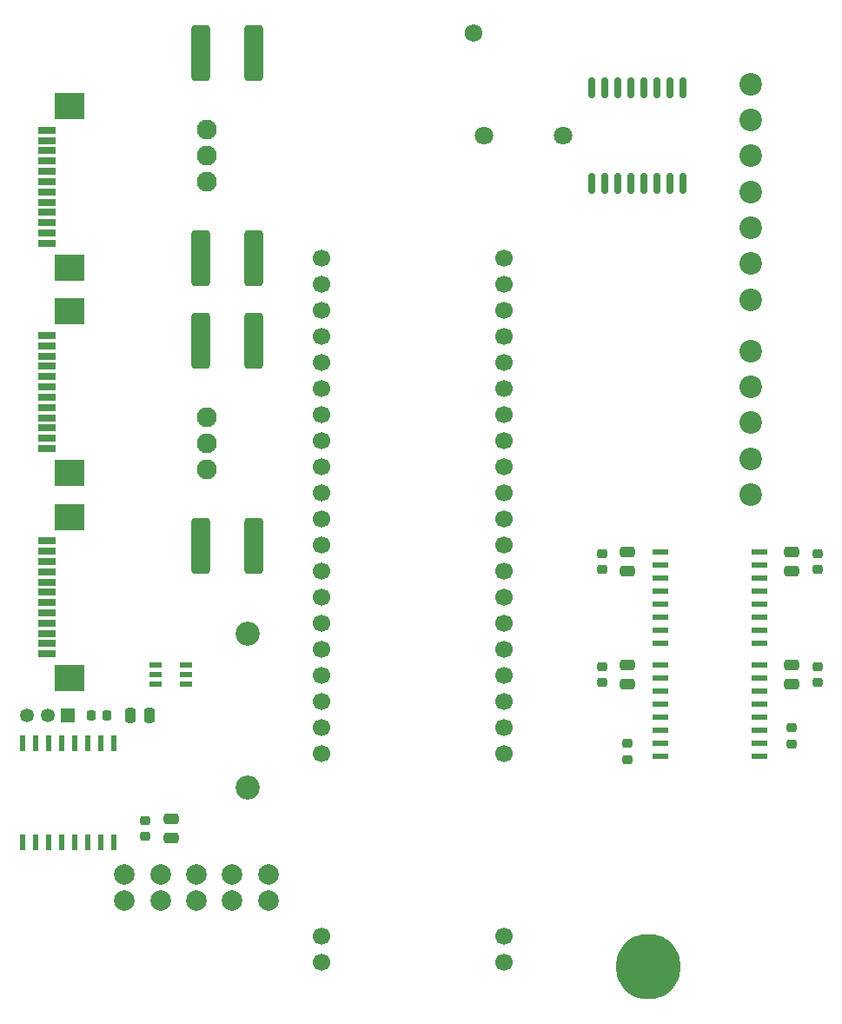
<source format=gbr>
%TF.GenerationSoftware,KiCad,Pcbnew,9.0.2*%
%TF.CreationDate,2025-06-12T16:19:25+03:00*%
%TF.ProjectId,PMCPU-LLP,504d4350-552d-44c4-9c50-2e6b69636164,rev?*%
%TF.SameCoordinates,Original*%
%TF.FileFunction,Soldermask,Top*%
%TF.FilePolarity,Negative*%
%FSLAX46Y46*%
G04 Gerber Fmt 4.6, Leading zero omitted, Abs format (unit mm)*
G04 Created by KiCad (PCBNEW 9.0.2) date 2025-06-12 16:19:25*
%MOMM*%
%LPD*%
G01*
G04 APERTURE LIST*
G04 Aperture macros list*
%AMRoundRect*
0 Rectangle with rounded corners*
0 $1 Rounding radius*
0 $2 $3 $4 $5 $6 $7 $8 $9 X,Y pos of 4 corners*
0 Add a 4 corners polygon primitive as box body*
4,1,4,$2,$3,$4,$5,$6,$7,$8,$9,$2,$3,0*
0 Add four circle primitives for the rounded corners*
1,1,$1+$1,$2,$3*
1,1,$1+$1,$4,$5*
1,1,$1+$1,$6,$7*
1,1,$1+$1,$8,$9*
0 Add four rect primitives between the rounded corners*
20,1,$1+$1,$2,$3,$4,$5,0*
20,1,$1+$1,$4,$5,$6,$7,0*
20,1,$1+$1,$6,$7,$8,$9,0*
20,1,$1+$1,$8,$9,$2,$3,0*%
G04 Aperture macros list end*
%ADD10O,6.350000X6.350000*%
%ADD11R,1.181100X0.558800*%
%ADD12RoundRect,0.250000X-0.475000X0.250000X-0.475000X-0.250000X0.475000X-0.250000X0.475000X0.250000X0*%
%ADD13RoundRect,0.225000X-0.250000X0.225000X-0.250000X-0.225000X0.250000X-0.225000X0.250000X0.225000X0*%
%ADD14C,1.800000*%
%ADD15RoundRect,0.250000X-0.650000X-2.450000X0.650000X-2.450000X0.650000X2.450000X-0.650000X2.450000X0*%
%ADD16R,1.549400X0.482600*%
%ADD17R,0.482600X1.549400*%
%ADD18R,1.803400X0.635000*%
%ADD19R,2.997200X2.590800*%
%ADD20C,1.950000*%
%ADD21R,1.350000X1.350000*%
%ADD22C,1.350000*%
%ADD23RoundRect,0.250000X0.475000X-0.250000X0.475000X0.250000X-0.475000X0.250000X-0.475000X-0.250000X0*%
%ADD24RoundRect,0.250000X-0.250000X-0.475000X0.250000X-0.475000X0.250000X0.475000X-0.250000X0.475000X0*%
%ADD25C,1.700000*%
%ADD26C,1.725000*%
%ADD27RoundRect,0.225000X0.250000X-0.225000X0.250000X0.225000X-0.250000X0.225000X-0.250000X-0.225000X0*%
%ADD28C,2.200000*%
%ADD29RoundRect,0.150000X0.150000X-0.875000X0.150000X0.875000X-0.150000X0.875000X-0.150000X-0.875000X0*%
%ADD30C,2.000000*%
%ADD31RoundRect,0.225000X0.225000X0.250000X-0.225000X0.250000X-0.225000X-0.250000X0.225000X-0.250000X0*%
%ADD32C,2.350000*%
G04 APERTURE END LIST*
D10*
%TO.C,PE1*%
X22000000Y-46000000D03*
%TD*%
D11*
%TO.C,U7*%
X-23033150Y-18450001D03*
X-23033150Y-17500000D03*
X-23033150Y-16549999D03*
X-25966850Y-16549999D03*
X-25966850Y-17500000D03*
X-25966850Y-18450001D03*
%TD*%
D12*
%TO.C,C4*%
X36000000Y-16550000D03*
X36000000Y-18450000D03*
%TD*%
D13*
%TO.C,C8*%
X36000000Y-22705000D03*
X36000000Y-24255000D03*
%TD*%
D14*
%TO.C,J1*%
X13750000Y35000000D03*
X6000000Y35000000D03*
%TD*%
D15*
%TO.C,C3*%
X-21550000Y15000000D03*
X-16450000Y15000000D03*
%TD*%
D13*
%TO.C,C7*%
X38500000Y-16725000D03*
X38500000Y-18275000D03*
%TD*%
%TO.C,C15*%
X20000000Y-24225000D03*
X20000000Y-25775000D03*
%TD*%
D12*
%TO.C,C13*%
X20000000Y-16550000D03*
X20000000Y-18450000D03*
%TD*%
D15*
%TO.C,C6*%
X-21550000Y43000000D03*
X-16450000Y43000000D03*
%TD*%
D16*
%TO.C,U5*%
X23174000Y-16555000D03*
X23174000Y-17825000D03*
X23174000Y-19095000D03*
X23174000Y-20365000D03*
X23174000Y-21635000D03*
X23174000Y-22905000D03*
X23174000Y-24175000D03*
X23174000Y-25445000D03*
X32826000Y-25445000D03*
X32826000Y-24175000D03*
X32826000Y-22905000D03*
X32826000Y-21635000D03*
X32826000Y-20365000D03*
X32826000Y-19095000D03*
X32826000Y-17825000D03*
X32826000Y-16555000D03*
%TD*%
D17*
%TO.C,U4*%
X-30055000Y-24174000D03*
X-31325000Y-24174000D03*
X-32595000Y-24174000D03*
X-33865000Y-24174000D03*
X-35135000Y-24174000D03*
X-36405000Y-24174000D03*
X-37675000Y-24174000D03*
X-38945000Y-24174000D03*
X-38945000Y-33826000D03*
X-37675000Y-33826000D03*
X-36405000Y-33826000D03*
X-35135000Y-33826000D03*
X-33865000Y-33826000D03*
X-32595000Y-33826000D03*
X-31325000Y-33826000D03*
X-30055000Y-33826000D03*
%TD*%
D18*
%TO.C,J12*%
X-36556000Y4500008D03*
X-36556000Y5500006D03*
X-36556000Y6500004D03*
X-36556000Y7500002D03*
X-36556000Y8500000D03*
X-36556000Y9500000D03*
X-36556000Y10500000D03*
X-36556000Y11500000D03*
X-36556000Y12499998D03*
X-36556000Y13499996D03*
X-36556000Y14499994D03*
X-36556000Y15499992D03*
D19*
X-34385999Y2149997D03*
X-34385999Y17850003D03*
%TD*%
D20*
%TO.C,J5*%
X-21000000Y30460000D03*
X-21000000Y33000000D03*
X-21000000Y35540000D03*
%TD*%
D18*
%TO.C,J7*%
X-36556000Y-15499992D03*
X-36556000Y-14499994D03*
X-36556000Y-13499996D03*
X-36556000Y-12499998D03*
X-36556000Y-11500000D03*
X-36556000Y-10500000D03*
X-36556000Y-9500000D03*
X-36556000Y-8500000D03*
X-36556000Y-7500002D03*
X-36556000Y-6500004D03*
X-36556000Y-5500006D03*
X-36556000Y-4500008D03*
D19*
X-34385999Y-17850003D03*
X-34385999Y-2149997D03*
%TD*%
D21*
%TO.C,J11*%
X-34500000Y-21500000D03*
D22*
X-36500000Y-21500000D03*
X-38500000Y-21500000D03*
%TD*%
D23*
%TO.C,C10*%
X-24500000Y-33450000D03*
X-24500000Y-31550000D03*
%TD*%
D24*
%TO.C,C12*%
X-28450000Y-21500000D03*
X-26550000Y-21500000D03*
%TD*%
D20*
%TO.C,J4*%
X-21000000Y2460000D03*
X-21000000Y5000000D03*
X-21000000Y7540000D03*
%TD*%
D25*
%TO.C,U3*%
X-9780000Y23080000D03*
X-9780000Y20540000D03*
X-9780000Y18000000D03*
X-9780000Y15460000D03*
X-9780000Y12920000D03*
X-9780000Y10380000D03*
X-9780000Y7840000D03*
X-9780000Y5300000D03*
X-9780000Y2760000D03*
X-9780000Y220000D03*
X-9780000Y-2320000D03*
X-9780000Y-4860000D03*
X-9780000Y-7400000D03*
X-9780000Y-9940000D03*
X-9780000Y-12480000D03*
X-9780000Y-15020000D03*
X-9780000Y-17560000D03*
X-9780000Y-20100000D03*
X-9780000Y-22640000D03*
X-9780000Y-25180000D03*
X8000000Y-25180000D03*
X8000000Y-22640000D03*
X8000000Y-20100000D03*
X8000000Y-17560000D03*
X8000000Y-15020000D03*
X8000000Y-12480000D03*
X8000000Y-9940000D03*
X8000000Y-7400000D03*
X8000000Y-4860000D03*
X8000000Y-2320000D03*
X8000000Y220000D03*
X8000000Y2760000D03*
X8000000Y5300000D03*
X8000000Y7840000D03*
X8000000Y10380000D03*
X8000000Y12920000D03*
X8000000Y15460000D03*
X8000000Y18000000D03*
X8000000Y20540000D03*
X8000000Y23080000D03*
X-9780000Y-42960000D03*
X8000000Y-42960000D03*
X-9780000Y-45500000D03*
X8000000Y-45500000D03*
%TD*%
D26*
%TO.C,U2*%
X5000000Y45000000D03*
%TD*%
D12*
%TO.C,C19*%
X20000000Y-5550000D03*
X20000000Y-7450000D03*
%TD*%
D27*
%TO.C,C9*%
X-27000000Y-33275000D03*
X-27000000Y-31725000D03*
%TD*%
D15*
%TO.C,C5*%
X-21550000Y23000000D03*
X-16450000Y23000000D03*
%TD*%
D28*
%TO.C,J14*%
X32000000Y0D03*
X32000000Y3500000D03*
X32000000Y7000000D03*
X32000000Y10500000D03*
X32000000Y14000000D03*
%TD*%
D12*
%TO.C,C17*%
X36000000Y-5550000D03*
X36000000Y-7450000D03*
%TD*%
D15*
%TO.C,C2*%
X-21550000Y-5000000D03*
X-16450000Y-5000000D03*
%TD*%
D13*
%TO.C,C18*%
X17500000Y-5725000D03*
X17500000Y-7275000D03*
%TD*%
D16*
%TO.C,U8*%
X23174000Y-5555000D03*
X23174000Y-6825000D03*
X23174000Y-8095000D03*
X23174000Y-9365000D03*
X23174000Y-10635000D03*
X23174000Y-11905000D03*
X23174000Y-13175000D03*
X23174000Y-14445000D03*
X32826000Y-14445000D03*
X32826000Y-13175000D03*
X32826000Y-11905000D03*
X32826000Y-10635000D03*
X32826000Y-9365000D03*
X32826000Y-8095000D03*
X32826000Y-6825000D03*
X32826000Y-5555000D03*
%TD*%
D29*
%TO.C,U6*%
X16555000Y30350000D03*
X17825000Y30350000D03*
X19095000Y30350000D03*
X20365000Y30350000D03*
X21635000Y30350000D03*
X22905000Y30350000D03*
X24175000Y30350000D03*
X25445000Y30350000D03*
X25445000Y39650000D03*
X24175000Y39650000D03*
X22905000Y39650000D03*
X21635000Y39650000D03*
X20365000Y39650000D03*
X19095000Y39650000D03*
X17825000Y39650000D03*
X16555000Y39650000D03*
%TD*%
D28*
%TO.C,J13*%
X32000000Y19000000D03*
X32000000Y22500000D03*
X32000000Y26000000D03*
X32000000Y29500000D03*
X32000000Y33000000D03*
X32000000Y36500000D03*
X32000000Y40000000D03*
%TD*%
D30*
%TO.C,J3*%
X-29000000Y-37000000D03*
X-25500000Y-37000000D03*
X-22000000Y-37000000D03*
X-18500000Y-37000000D03*
X-15000000Y-37000000D03*
X-29000000Y-39500000D03*
X-25500000Y-39500000D03*
X-22000000Y-39500000D03*
X-18500000Y-39500000D03*
X-15000000Y-39500000D03*
%TD*%
D13*
%TO.C,C14*%
X17500000Y-16725000D03*
X17500000Y-18275000D03*
%TD*%
D18*
%TO.C,J2*%
X-36556000Y24500008D03*
X-36556000Y25500006D03*
X-36556000Y26500004D03*
X-36556000Y27500002D03*
X-36556000Y28500000D03*
X-36556000Y29500000D03*
X-36556000Y30500000D03*
X-36556000Y31500000D03*
X-36556000Y32499998D03*
X-36556000Y33499996D03*
X-36556000Y34499994D03*
X-36556000Y35499992D03*
D19*
X-34385999Y22149997D03*
X-34385999Y37850003D03*
%TD*%
D31*
%TO.C,C11*%
X-30725000Y-21500000D03*
X-32275000Y-21500000D03*
%TD*%
D13*
%TO.C,C16*%
X38500000Y-5725000D03*
X38500000Y-7275000D03*
%TD*%
D32*
%TO.C,U1*%
X-17000000Y-28500000D03*
X-17000000Y-13500000D03*
%TD*%
M02*

</source>
